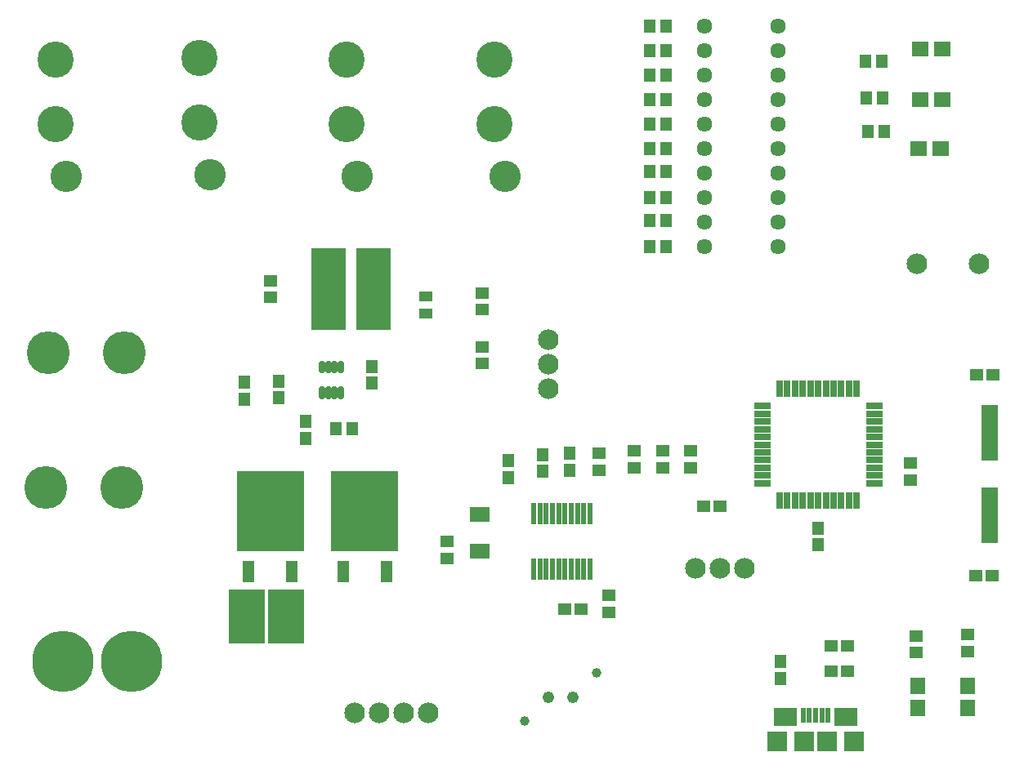
<source format=gbr>
G04 EAGLE Gerber RS-274X export*
G75*
%MOMM*%
%FSLAX34Y34*%
%LPD*%
%INSoldermask Top*%
%IPPOS*%
%AMOC8*
5,1,8,0,0,1.08239X$1,22.5*%
G01*
%ADD10R,1.254000X1.354000*%
%ADD11R,1.354000X1.254000*%
%ADD12C,4.445000*%
%ADD13C,2.133600*%
%ADD14C,3.754000*%
%ADD15C,3.254000*%
%ADD16R,1.244600X2.260600*%
%ADD17R,6.959600X8.280400*%
%ADD18C,6.350000*%
%ADD19R,0.609600X2.184400*%
%ADD20R,3.759200X5.588000*%
%ADD21R,3.556000X8.458200*%
%ADD22R,0.750000X1.750000*%
%ADD23R,1.750000X0.750000*%
%ADD24R,0.600000X1.550000*%
%ADD25R,2.354000X1.854000*%
%ADD26R,2.054000X2.154000*%
%ADD27R,2.154000X2.154000*%
%ADD28R,1.754000X5.754000*%
%ADD29C,1.609600*%
%ADD30R,1.498600X1.651000*%
%ADD31C,0.675000*%
%ADD32R,1.651000X1.498600*%
%ADD33C,1.209600*%
%ADD34C,1.004000*%
%ADD35R,1.454000X1.054000*%
%ADD36R,2.054000X1.594000*%


D10*
X563880Y318380D03*
X563880Y301380D03*
X627380Y326000D03*
X627380Y309000D03*
X599440Y324730D03*
X599440Y307730D03*
D11*
X622690Y165100D03*
X639690Y165100D03*
D12*
X166370Y430530D03*
X87630Y430530D03*
X85090Y290830D03*
X163830Y290830D03*
D13*
X481330Y57150D03*
X455930Y57150D03*
X430530Y57150D03*
X405130Y57150D03*
D14*
X549910Y734850D03*
X549910Y667850D03*
D15*
X560910Y613850D03*
D14*
X95250Y734850D03*
X95250Y667850D03*
D15*
X106250Y613850D03*
D14*
X396240Y734850D03*
X396240Y667850D03*
D15*
X407240Y613850D03*
D14*
X243840Y736120D03*
X243840Y669120D03*
D15*
X254840Y615120D03*
D16*
X392790Y203835D03*
X437790Y203835D03*
D17*
X415290Y265938D03*
D16*
X295000Y203835D03*
X340000Y203835D03*
D17*
X317500Y265938D03*
D11*
X753110Y311540D03*
X753110Y328540D03*
X723900Y311540D03*
X723900Y328540D03*
X657860Y326000D03*
X657860Y309000D03*
X500380Y234560D03*
X500380Y217560D03*
X668020Y178680D03*
X668020Y161680D03*
D18*
X102870Y110490D03*
X173990Y110490D03*
D19*
X649010Y263652D03*
X642510Y263652D03*
X636010Y263652D03*
X629510Y263652D03*
X623010Y263652D03*
X616510Y263652D03*
X610010Y263652D03*
X603510Y263652D03*
X597010Y263652D03*
X590510Y263652D03*
X590510Y206248D03*
X597010Y206248D03*
X603510Y206248D03*
X610010Y206248D03*
X616510Y206248D03*
X623010Y206248D03*
X629510Y206248D03*
X636010Y206248D03*
X642510Y206248D03*
X649010Y206248D03*
D11*
X694690Y328540D03*
X694690Y311540D03*
D20*
X293116Y157480D03*
X334264Y157480D03*
D10*
X290830Y382660D03*
X290830Y399660D03*
X422910Y399170D03*
X422910Y416170D03*
X326390Y400930D03*
X326390Y383930D03*
X354330Y342020D03*
X354330Y359020D03*
D21*
X377825Y496570D03*
X424815Y496570D03*
D11*
X317500Y488070D03*
X317500Y505070D03*
D22*
X845190Y277280D03*
X853190Y277280D03*
X861190Y277280D03*
X869190Y277280D03*
X877190Y277280D03*
X885190Y277280D03*
X893190Y277280D03*
X901190Y277280D03*
X909190Y277280D03*
X917190Y277280D03*
X925190Y277280D03*
D23*
X943190Y295280D03*
X943190Y303280D03*
X943190Y311280D03*
X943190Y319280D03*
X943190Y327280D03*
X943190Y335280D03*
X943190Y343280D03*
X943190Y351280D03*
X943190Y359280D03*
X943190Y367280D03*
X943190Y375280D03*
D22*
X925190Y393280D03*
X917190Y393280D03*
X909190Y393280D03*
X901190Y393280D03*
X893190Y393280D03*
X885190Y393280D03*
X877190Y393280D03*
X869190Y393280D03*
X861190Y393280D03*
X853190Y393280D03*
X845190Y393280D03*
D23*
X827190Y375280D03*
X827190Y367280D03*
X827190Y359280D03*
X827190Y351280D03*
X827190Y343280D03*
X827190Y335280D03*
X827190Y327280D03*
X827190Y319280D03*
X827190Y311280D03*
X827190Y303280D03*
X827190Y295280D03*
D11*
X537210Y419490D03*
X537210Y436490D03*
X537210Y475370D03*
X537210Y492370D03*
D24*
X869650Y54450D03*
X876150Y54450D03*
X882650Y54450D03*
X889150Y54450D03*
X895650Y54450D03*
D25*
X851650Y53200D03*
X913650Y53200D03*
D26*
X842650Y27700D03*
X922650Y27700D03*
D27*
X870650Y27700D03*
X894650Y27700D03*
D28*
X1062990Y261800D03*
X1062990Y347800D03*
D11*
X1066410Y407670D03*
X1049410Y407670D03*
X1065140Y199390D03*
X1048140Y199390D03*
X766200Y271780D03*
X783200Y271780D03*
X980440Y298840D03*
X980440Y315840D03*
D10*
X845820Y110100D03*
X845820Y93100D03*
X885190Y231530D03*
X885190Y248530D03*
D29*
X767080Y769620D03*
X767080Y744220D03*
X767080Y718820D03*
X767080Y693420D03*
X767080Y668020D03*
X767080Y642620D03*
X767080Y617220D03*
X767080Y591820D03*
X767080Y566420D03*
X767080Y541020D03*
X843280Y541020D03*
X843280Y566420D03*
X843280Y591820D03*
X843280Y617220D03*
X843280Y642620D03*
X843280Y668020D03*
X843280Y693420D03*
X843280Y718820D03*
X843280Y744220D03*
X843280Y769620D03*
D13*
X987310Y523240D03*
X1052310Y523240D03*
D10*
X710320Y769620D03*
X727320Y769620D03*
X710320Y744220D03*
X727320Y744220D03*
X710320Y718820D03*
X727320Y718820D03*
X710320Y693420D03*
X727320Y693420D03*
X710320Y668020D03*
X727320Y668020D03*
X710320Y642620D03*
X727320Y642620D03*
X710320Y618490D03*
X727320Y618490D03*
X710320Y591820D03*
X727320Y591820D03*
X710320Y567690D03*
X727320Y567690D03*
X710320Y541020D03*
X727320Y541020D03*
D11*
X986790Y136770D03*
X986790Y119770D03*
X1040130Y138040D03*
X1040130Y121040D03*
D30*
X988060Y85090D03*
X988060Y62230D03*
X1040130Y85090D03*
X1040130Y62230D03*
D31*
X390750Y413090D02*
X390750Y419090D01*
X384250Y419090D02*
X384250Y413090D01*
X377750Y413090D02*
X377750Y419090D01*
X371250Y419090D02*
X371250Y413090D01*
X371250Y392090D02*
X371250Y386090D01*
X377750Y386090D02*
X377750Y392090D01*
X384250Y392090D02*
X384250Y386090D01*
X390750Y386090D02*
X390750Y392090D01*
D10*
X402200Y351790D03*
X385200Y351790D03*
D13*
X605790Y393700D03*
X605790Y419100D03*
X605790Y444500D03*
D10*
X936380Y660400D03*
X953380Y660400D03*
X935110Y694690D03*
X952110Y694690D03*
X933840Y732790D03*
X950840Y732790D03*
D32*
X990600Y745490D03*
X1013460Y745490D03*
X990600Y693420D03*
X1013460Y693420D03*
X989330Y642620D03*
X1012190Y642620D03*
D11*
X915280Y127000D03*
X898280Y127000D03*
X915280Y100330D03*
X898280Y100330D03*
D33*
X605409Y73660D03*
X631520Y73660D03*
D34*
X581025Y48768D03*
X655955Y98552D03*
D13*
X808990Y207010D03*
X783590Y207010D03*
X758190Y207010D03*
D35*
X478790Y471060D03*
X478790Y489060D03*
D36*
X534670Y263140D03*
X534670Y224540D03*
M02*

</source>
